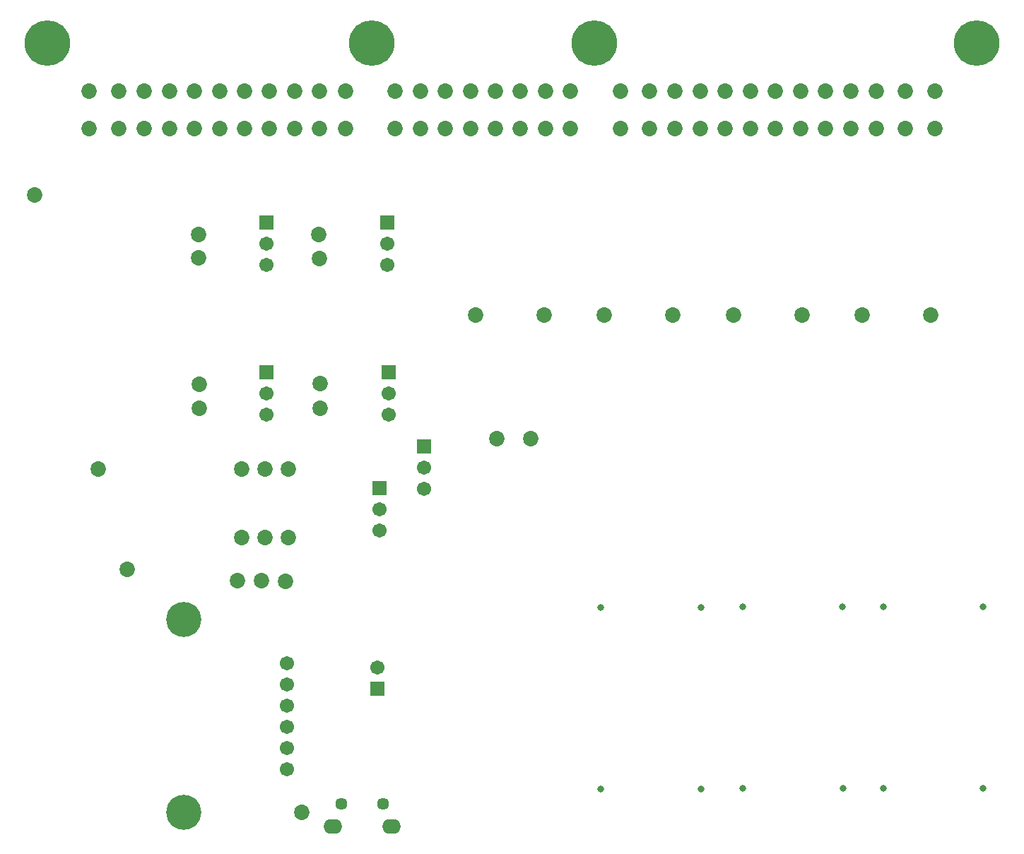
<source format=gbs>
G04*
G04 #@! TF.GenerationSoftware,Altium Limited,Altium Designer,18.1.9 (240)*
G04*
G04 Layer_Color=16711935*
%FSLAX25Y25*%
%MOIN*%
G70*
G01*
G75*
%ADD113C,0.05721*%
%ADD114O,0.08871X0.06902*%
%ADD115C,0.06706*%
%ADD116R,0.06706X0.06706*%
%ADD117C,0.07300*%
%ADD118C,0.03162*%
%ADD119C,0.07296*%
%ADD120C,0.21469*%
%ADD121C,0.16548*%
%ADD122C,0.06737*%
D113*
X209960Y52995D02*
D03*
X190275D02*
D03*
D114*
X213897Y42365D02*
D03*
X186338D02*
D03*
D115*
X229261Y201561D02*
D03*
Y211561D02*
D03*
X207128Y117200D02*
D03*
X212362Y236620D02*
D03*
Y246620D02*
D03*
X154980Y236557D02*
D03*
Y246557D02*
D03*
X211910Y307211D02*
D03*
Y317211D02*
D03*
X154882Y307218D02*
D03*
Y317218D02*
D03*
X208268Y191969D02*
D03*
Y181968D02*
D03*
D116*
X229261Y221561D02*
D03*
X207128Y107200D02*
D03*
X212362Y256620D02*
D03*
X154980Y256557D02*
D03*
X211910Y327211D02*
D03*
X154882Y327218D02*
D03*
X208268Y201969D02*
D03*
D117*
X141339Y158268D02*
D03*
X163779Y157874D02*
D03*
X152362Y158268D02*
D03*
X279471Y225180D02*
D03*
X171588Y49112D02*
D03*
X263605Y225180D02*
D03*
X165118Y178666D02*
D03*
X154094Y178665D02*
D03*
X143071Y178667D02*
D03*
X165118Y210896D02*
D03*
X154095Y210896D02*
D03*
X143071Y210897D02*
D03*
X180335Y239789D02*
D03*
X180315Y251251D02*
D03*
X123091Y239628D02*
D03*
X123031Y251108D02*
D03*
X179921Y310478D02*
D03*
X179528Y321600D02*
D03*
X75590Y211024D02*
D03*
X122835Y321502D02*
D03*
X122893Y310486D02*
D03*
X314094Y283740D02*
D03*
X346378Y283642D02*
D03*
X435984Y283692D02*
D03*
X468267Y283693D02*
D03*
X253484Y283646D02*
D03*
X285767Y283677D02*
D03*
X407441Y283661D02*
D03*
X375157Y283594D02*
D03*
X89081Y163779D02*
D03*
X45472Y340354D02*
D03*
D118*
X312601Y59842D02*
D03*
X359844D02*
D03*
X359845Y145705D02*
D03*
X312601D02*
D03*
X379592Y146063D02*
D03*
X379592Y60236D02*
D03*
X492977Y60236D02*
D03*
X492978Y146062D02*
D03*
X445733Y146062D02*
D03*
X445734Y60236D02*
D03*
X426443Y146063D02*
D03*
X426836Y60236D02*
D03*
D119*
X470114Y371752D02*
D03*
X456335D02*
D03*
X442555D02*
D03*
X470114Y389469D02*
D03*
X456335D02*
D03*
X442555D02*
D03*
X335469Y371752D02*
D03*
X321689D02*
D03*
X335469Y389469D02*
D03*
X321689D02*
D03*
X192161Y371752D02*
D03*
Y389469D02*
D03*
X85075Y371752D02*
D03*
X71295D02*
D03*
X85075Y389469D02*
D03*
X71295D02*
D03*
X430350Y371752D02*
D03*
X418539D02*
D03*
X406728D02*
D03*
X394917D02*
D03*
X383106D02*
D03*
X371295D02*
D03*
X359484D02*
D03*
X347673D02*
D03*
X430350Y389469D02*
D03*
X418539D02*
D03*
X406728D02*
D03*
X394917D02*
D03*
X383106D02*
D03*
X371295D02*
D03*
X359484D02*
D03*
X347673D02*
D03*
X298264Y371752D02*
D03*
X286453D02*
D03*
X274642D02*
D03*
X262831D02*
D03*
X251020D02*
D03*
X239209D02*
D03*
X227398D02*
D03*
X215587D02*
D03*
X298264Y389469D02*
D03*
X286453D02*
D03*
X274642D02*
D03*
X262831D02*
D03*
X251020D02*
D03*
X239209D02*
D03*
X227398D02*
D03*
X215587D02*
D03*
X179957Y371752D02*
D03*
X168146D02*
D03*
X156335D02*
D03*
X144524D02*
D03*
X132713D02*
D03*
X120902D02*
D03*
X109091D02*
D03*
X97280D02*
D03*
X179957Y389469D02*
D03*
X168146D02*
D03*
X156335D02*
D03*
X144524D02*
D03*
X132713D02*
D03*
X120902D02*
D03*
X109091D02*
D03*
X97280D02*
D03*
D120*
X51413Y411909D02*
D03*
X204366D02*
D03*
X309484D02*
D03*
X489996D02*
D03*
D121*
X115972Y48907D02*
D03*
Y139852D02*
D03*
D122*
X164476Y119379D02*
D03*
Y109379D02*
D03*
Y99379D02*
D03*
Y69379D02*
D03*
Y79379D02*
D03*
Y89379D02*
D03*
M02*

</source>
